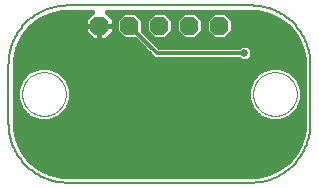
<source format=gbl>
G75*
%MOIN*%
%OFA0B0*%
%FSLAX25Y25*%
%IPPOS*%
%LPD*%
%AMOC8*
5,1,8,0,0,1.08239X$1,22.5*
%
%ADD10C,0.00000*%
%ADD11C,0.00600*%
%ADD12OC8,0.06300*%
%ADD13C,0.02578*%
%ADD14C,0.01200*%
%ADD15C,0.01600*%
D10*
X0028000Y0067173D02*
X0028002Y0067352D01*
X0028009Y0067530D01*
X0028020Y0067709D01*
X0028035Y0067887D01*
X0028055Y0068065D01*
X0028079Y0068242D01*
X0028107Y0068418D01*
X0028140Y0068594D01*
X0028177Y0068769D01*
X0028218Y0068943D01*
X0028264Y0069115D01*
X0028314Y0069287D01*
X0028368Y0069458D01*
X0028426Y0069627D01*
X0028488Y0069794D01*
X0028554Y0069960D01*
X0028625Y0070124D01*
X0028699Y0070287D01*
X0028778Y0070448D01*
X0028860Y0070606D01*
X0028946Y0070763D01*
X0029036Y0070917D01*
X0029130Y0071069D01*
X0029227Y0071219D01*
X0029329Y0071367D01*
X0029433Y0071511D01*
X0029541Y0071654D01*
X0029653Y0071793D01*
X0029768Y0071930D01*
X0029887Y0072064D01*
X0030008Y0072195D01*
X0030133Y0072323D01*
X0030261Y0072448D01*
X0030392Y0072569D01*
X0030526Y0072688D01*
X0030663Y0072803D01*
X0030802Y0072915D01*
X0030945Y0073023D01*
X0031089Y0073127D01*
X0031237Y0073229D01*
X0031387Y0073326D01*
X0031539Y0073420D01*
X0031693Y0073510D01*
X0031850Y0073596D01*
X0032008Y0073678D01*
X0032169Y0073757D01*
X0032332Y0073831D01*
X0032496Y0073902D01*
X0032662Y0073968D01*
X0032829Y0074030D01*
X0032998Y0074088D01*
X0033169Y0074142D01*
X0033341Y0074192D01*
X0033513Y0074238D01*
X0033687Y0074279D01*
X0033862Y0074316D01*
X0034038Y0074349D01*
X0034214Y0074377D01*
X0034391Y0074401D01*
X0034569Y0074421D01*
X0034747Y0074436D01*
X0034926Y0074447D01*
X0035104Y0074454D01*
X0035283Y0074456D01*
X0035462Y0074454D01*
X0035640Y0074447D01*
X0035819Y0074436D01*
X0035997Y0074421D01*
X0036175Y0074401D01*
X0036352Y0074377D01*
X0036528Y0074349D01*
X0036704Y0074316D01*
X0036879Y0074279D01*
X0037053Y0074238D01*
X0037225Y0074192D01*
X0037397Y0074142D01*
X0037568Y0074088D01*
X0037737Y0074030D01*
X0037904Y0073968D01*
X0038070Y0073902D01*
X0038234Y0073831D01*
X0038397Y0073757D01*
X0038558Y0073678D01*
X0038716Y0073596D01*
X0038873Y0073510D01*
X0039027Y0073420D01*
X0039179Y0073326D01*
X0039329Y0073229D01*
X0039477Y0073127D01*
X0039621Y0073023D01*
X0039764Y0072915D01*
X0039903Y0072803D01*
X0040040Y0072688D01*
X0040174Y0072569D01*
X0040305Y0072448D01*
X0040433Y0072323D01*
X0040558Y0072195D01*
X0040679Y0072064D01*
X0040798Y0071930D01*
X0040913Y0071793D01*
X0041025Y0071654D01*
X0041133Y0071511D01*
X0041237Y0071367D01*
X0041339Y0071219D01*
X0041436Y0071069D01*
X0041530Y0070917D01*
X0041620Y0070763D01*
X0041706Y0070606D01*
X0041788Y0070448D01*
X0041867Y0070287D01*
X0041941Y0070124D01*
X0042012Y0069960D01*
X0042078Y0069794D01*
X0042140Y0069627D01*
X0042198Y0069458D01*
X0042252Y0069287D01*
X0042302Y0069115D01*
X0042348Y0068943D01*
X0042389Y0068769D01*
X0042426Y0068594D01*
X0042459Y0068418D01*
X0042487Y0068242D01*
X0042511Y0068065D01*
X0042531Y0067887D01*
X0042546Y0067709D01*
X0042557Y0067530D01*
X0042564Y0067352D01*
X0042566Y0067173D01*
X0042564Y0066994D01*
X0042557Y0066816D01*
X0042546Y0066637D01*
X0042531Y0066459D01*
X0042511Y0066281D01*
X0042487Y0066104D01*
X0042459Y0065928D01*
X0042426Y0065752D01*
X0042389Y0065577D01*
X0042348Y0065403D01*
X0042302Y0065231D01*
X0042252Y0065059D01*
X0042198Y0064888D01*
X0042140Y0064719D01*
X0042078Y0064552D01*
X0042012Y0064386D01*
X0041941Y0064222D01*
X0041867Y0064059D01*
X0041788Y0063898D01*
X0041706Y0063740D01*
X0041620Y0063583D01*
X0041530Y0063429D01*
X0041436Y0063277D01*
X0041339Y0063127D01*
X0041237Y0062979D01*
X0041133Y0062835D01*
X0041025Y0062692D01*
X0040913Y0062553D01*
X0040798Y0062416D01*
X0040679Y0062282D01*
X0040558Y0062151D01*
X0040433Y0062023D01*
X0040305Y0061898D01*
X0040174Y0061777D01*
X0040040Y0061658D01*
X0039903Y0061543D01*
X0039764Y0061431D01*
X0039621Y0061323D01*
X0039477Y0061219D01*
X0039329Y0061117D01*
X0039179Y0061020D01*
X0039027Y0060926D01*
X0038873Y0060836D01*
X0038716Y0060750D01*
X0038558Y0060668D01*
X0038397Y0060589D01*
X0038234Y0060515D01*
X0038070Y0060444D01*
X0037904Y0060378D01*
X0037737Y0060316D01*
X0037568Y0060258D01*
X0037397Y0060204D01*
X0037225Y0060154D01*
X0037053Y0060108D01*
X0036879Y0060067D01*
X0036704Y0060030D01*
X0036528Y0059997D01*
X0036352Y0059969D01*
X0036175Y0059945D01*
X0035997Y0059925D01*
X0035819Y0059910D01*
X0035640Y0059899D01*
X0035462Y0059892D01*
X0035283Y0059890D01*
X0035104Y0059892D01*
X0034926Y0059899D01*
X0034747Y0059910D01*
X0034569Y0059925D01*
X0034391Y0059945D01*
X0034214Y0059969D01*
X0034038Y0059997D01*
X0033862Y0060030D01*
X0033687Y0060067D01*
X0033513Y0060108D01*
X0033341Y0060154D01*
X0033169Y0060204D01*
X0032998Y0060258D01*
X0032829Y0060316D01*
X0032662Y0060378D01*
X0032496Y0060444D01*
X0032332Y0060515D01*
X0032169Y0060589D01*
X0032008Y0060668D01*
X0031850Y0060750D01*
X0031693Y0060836D01*
X0031539Y0060926D01*
X0031387Y0061020D01*
X0031237Y0061117D01*
X0031089Y0061219D01*
X0030945Y0061323D01*
X0030802Y0061431D01*
X0030663Y0061543D01*
X0030526Y0061658D01*
X0030392Y0061777D01*
X0030261Y0061898D01*
X0030133Y0062023D01*
X0030008Y0062151D01*
X0029887Y0062282D01*
X0029768Y0062416D01*
X0029653Y0062553D01*
X0029541Y0062692D01*
X0029433Y0062835D01*
X0029329Y0062979D01*
X0029227Y0063127D01*
X0029130Y0063277D01*
X0029036Y0063429D01*
X0028946Y0063583D01*
X0028860Y0063740D01*
X0028778Y0063898D01*
X0028699Y0064059D01*
X0028625Y0064222D01*
X0028554Y0064386D01*
X0028488Y0064552D01*
X0028426Y0064719D01*
X0028368Y0064888D01*
X0028314Y0065059D01*
X0028264Y0065231D01*
X0028218Y0065403D01*
X0028177Y0065577D01*
X0028140Y0065752D01*
X0028107Y0065928D01*
X0028079Y0066104D01*
X0028055Y0066281D01*
X0028035Y0066459D01*
X0028020Y0066637D01*
X0028009Y0066816D01*
X0028002Y0066994D01*
X0028000Y0067173D01*
X0105000Y0067173D02*
X0105002Y0067352D01*
X0105009Y0067530D01*
X0105020Y0067709D01*
X0105035Y0067887D01*
X0105055Y0068065D01*
X0105079Y0068242D01*
X0105107Y0068418D01*
X0105140Y0068594D01*
X0105177Y0068769D01*
X0105218Y0068943D01*
X0105264Y0069115D01*
X0105314Y0069287D01*
X0105368Y0069458D01*
X0105426Y0069627D01*
X0105488Y0069794D01*
X0105554Y0069960D01*
X0105625Y0070124D01*
X0105699Y0070287D01*
X0105778Y0070448D01*
X0105860Y0070606D01*
X0105946Y0070763D01*
X0106036Y0070917D01*
X0106130Y0071069D01*
X0106227Y0071219D01*
X0106329Y0071367D01*
X0106433Y0071511D01*
X0106541Y0071654D01*
X0106653Y0071793D01*
X0106768Y0071930D01*
X0106887Y0072064D01*
X0107008Y0072195D01*
X0107133Y0072323D01*
X0107261Y0072448D01*
X0107392Y0072569D01*
X0107526Y0072688D01*
X0107663Y0072803D01*
X0107802Y0072915D01*
X0107945Y0073023D01*
X0108089Y0073127D01*
X0108237Y0073229D01*
X0108387Y0073326D01*
X0108539Y0073420D01*
X0108693Y0073510D01*
X0108850Y0073596D01*
X0109008Y0073678D01*
X0109169Y0073757D01*
X0109332Y0073831D01*
X0109496Y0073902D01*
X0109662Y0073968D01*
X0109829Y0074030D01*
X0109998Y0074088D01*
X0110169Y0074142D01*
X0110341Y0074192D01*
X0110513Y0074238D01*
X0110687Y0074279D01*
X0110862Y0074316D01*
X0111038Y0074349D01*
X0111214Y0074377D01*
X0111391Y0074401D01*
X0111569Y0074421D01*
X0111747Y0074436D01*
X0111926Y0074447D01*
X0112104Y0074454D01*
X0112283Y0074456D01*
X0112462Y0074454D01*
X0112640Y0074447D01*
X0112819Y0074436D01*
X0112997Y0074421D01*
X0113175Y0074401D01*
X0113352Y0074377D01*
X0113528Y0074349D01*
X0113704Y0074316D01*
X0113879Y0074279D01*
X0114053Y0074238D01*
X0114225Y0074192D01*
X0114397Y0074142D01*
X0114568Y0074088D01*
X0114737Y0074030D01*
X0114904Y0073968D01*
X0115070Y0073902D01*
X0115234Y0073831D01*
X0115397Y0073757D01*
X0115558Y0073678D01*
X0115716Y0073596D01*
X0115873Y0073510D01*
X0116027Y0073420D01*
X0116179Y0073326D01*
X0116329Y0073229D01*
X0116477Y0073127D01*
X0116621Y0073023D01*
X0116764Y0072915D01*
X0116903Y0072803D01*
X0117040Y0072688D01*
X0117174Y0072569D01*
X0117305Y0072448D01*
X0117433Y0072323D01*
X0117558Y0072195D01*
X0117679Y0072064D01*
X0117798Y0071930D01*
X0117913Y0071793D01*
X0118025Y0071654D01*
X0118133Y0071511D01*
X0118237Y0071367D01*
X0118339Y0071219D01*
X0118436Y0071069D01*
X0118530Y0070917D01*
X0118620Y0070763D01*
X0118706Y0070606D01*
X0118788Y0070448D01*
X0118867Y0070287D01*
X0118941Y0070124D01*
X0119012Y0069960D01*
X0119078Y0069794D01*
X0119140Y0069627D01*
X0119198Y0069458D01*
X0119252Y0069287D01*
X0119302Y0069115D01*
X0119348Y0068943D01*
X0119389Y0068769D01*
X0119426Y0068594D01*
X0119459Y0068418D01*
X0119487Y0068242D01*
X0119511Y0068065D01*
X0119531Y0067887D01*
X0119546Y0067709D01*
X0119557Y0067530D01*
X0119564Y0067352D01*
X0119566Y0067173D01*
X0119564Y0066994D01*
X0119557Y0066816D01*
X0119546Y0066637D01*
X0119531Y0066459D01*
X0119511Y0066281D01*
X0119487Y0066104D01*
X0119459Y0065928D01*
X0119426Y0065752D01*
X0119389Y0065577D01*
X0119348Y0065403D01*
X0119302Y0065231D01*
X0119252Y0065059D01*
X0119198Y0064888D01*
X0119140Y0064719D01*
X0119078Y0064552D01*
X0119012Y0064386D01*
X0118941Y0064222D01*
X0118867Y0064059D01*
X0118788Y0063898D01*
X0118706Y0063740D01*
X0118620Y0063583D01*
X0118530Y0063429D01*
X0118436Y0063277D01*
X0118339Y0063127D01*
X0118237Y0062979D01*
X0118133Y0062835D01*
X0118025Y0062692D01*
X0117913Y0062553D01*
X0117798Y0062416D01*
X0117679Y0062282D01*
X0117558Y0062151D01*
X0117433Y0062023D01*
X0117305Y0061898D01*
X0117174Y0061777D01*
X0117040Y0061658D01*
X0116903Y0061543D01*
X0116764Y0061431D01*
X0116621Y0061323D01*
X0116477Y0061219D01*
X0116329Y0061117D01*
X0116179Y0061020D01*
X0116027Y0060926D01*
X0115873Y0060836D01*
X0115716Y0060750D01*
X0115558Y0060668D01*
X0115397Y0060589D01*
X0115234Y0060515D01*
X0115070Y0060444D01*
X0114904Y0060378D01*
X0114737Y0060316D01*
X0114568Y0060258D01*
X0114397Y0060204D01*
X0114225Y0060154D01*
X0114053Y0060108D01*
X0113879Y0060067D01*
X0113704Y0060030D01*
X0113528Y0059997D01*
X0113352Y0059969D01*
X0113175Y0059945D01*
X0112997Y0059925D01*
X0112819Y0059910D01*
X0112640Y0059899D01*
X0112462Y0059892D01*
X0112283Y0059890D01*
X0112104Y0059892D01*
X0111926Y0059899D01*
X0111747Y0059910D01*
X0111569Y0059925D01*
X0111391Y0059945D01*
X0111214Y0059969D01*
X0111038Y0059997D01*
X0110862Y0060030D01*
X0110687Y0060067D01*
X0110513Y0060108D01*
X0110341Y0060154D01*
X0110169Y0060204D01*
X0109998Y0060258D01*
X0109829Y0060316D01*
X0109662Y0060378D01*
X0109496Y0060444D01*
X0109332Y0060515D01*
X0109169Y0060589D01*
X0109008Y0060668D01*
X0108850Y0060750D01*
X0108693Y0060836D01*
X0108539Y0060926D01*
X0108387Y0061020D01*
X0108237Y0061117D01*
X0108089Y0061219D01*
X0107945Y0061323D01*
X0107802Y0061431D01*
X0107663Y0061543D01*
X0107526Y0061658D01*
X0107392Y0061777D01*
X0107261Y0061898D01*
X0107133Y0062023D01*
X0107008Y0062151D01*
X0106887Y0062282D01*
X0106768Y0062416D01*
X0106653Y0062553D01*
X0106541Y0062692D01*
X0106433Y0062835D01*
X0106329Y0062979D01*
X0106227Y0063127D01*
X0106130Y0063277D01*
X0106036Y0063429D01*
X0105946Y0063583D01*
X0105860Y0063740D01*
X0105778Y0063898D01*
X0105699Y0064059D01*
X0105625Y0064222D01*
X0105554Y0064386D01*
X0105488Y0064552D01*
X0105426Y0064719D01*
X0105368Y0064888D01*
X0105314Y0065059D01*
X0105264Y0065231D01*
X0105218Y0065403D01*
X0105177Y0065577D01*
X0105140Y0065752D01*
X0105107Y0065928D01*
X0105079Y0066104D01*
X0105055Y0066281D01*
X0105035Y0066459D01*
X0105020Y0066637D01*
X0105009Y0066816D01*
X0105002Y0066994D01*
X0105000Y0067173D01*
D11*
X0104409Y0037646D02*
X0043157Y0037646D01*
X0042681Y0037652D01*
X0042206Y0037669D01*
X0041731Y0037698D01*
X0041257Y0037738D01*
X0040784Y0037790D01*
X0040313Y0037853D01*
X0039843Y0037927D01*
X0039375Y0038013D01*
X0038909Y0038110D01*
X0038446Y0038218D01*
X0037986Y0038337D01*
X0037528Y0038468D01*
X0037074Y0038609D01*
X0036623Y0038762D01*
X0036177Y0038925D01*
X0035734Y0039099D01*
X0035296Y0039284D01*
X0034862Y0039479D01*
X0034433Y0039685D01*
X0034009Y0039901D01*
X0033590Y0040127D01*
X0033177Y0040363D01*
X0032770Y0040609D01*
X0032369Y0040865D01*
X0031975Y0041131D01*
X0031586Y0041406D01*
X0031205Y0041690D01*
X0030831Y0041983D01*
X0030463Y0042285D01*
X0030103Y0042597D01*
X0029751Y0042916D01*
X0029407Y0043244D01*
X0029070Y0043581D01*
X0028742Y0043925D01*
X0028423Y0044277D01*
X0028111Y0044637D01*
X0027809Y0045005D01*
X0027516Y0045379D01*
X0027232Y0045760D01*
X0026957Y0046149D01*
X0026691Y0046543D01*
X0026435Y0046944D01*
X0026189Y0047351D01*
X0025953Y0047764D01*
X0025727Y0048183D01*
X0025511Y0048607D01*
X0025305Y0049036D01*
X0025110Y0049470D01*
X0024925Y0049908D01*
X0024751Y0050351D01*
X0024588Y0050797D01*
X0024435Y0051248D01*
X0024294Y0051702D01*
X0024163Y0052160D01*
X0024044Y0052620D01*
X0023936Y0053083D01*
X0023839Y0053549D01*
X0023753Y0054017D01*
X0023679Y0054487D01*
X0023616Y0054958D01*
X0023564Y0055431D01*
X0023524Y0055905D01*
X0023495Y0056380D01*
X0023478Y0056855D01*
X0023472Y0057331D01*
X0023472Y0077016D01*
X0023478Y0077492D01*
X0023495Y0077967D01*
X0023524Y0078442D01*
X0023564Y0078916D01*
X0023616Y0079389D01*
X0023679Y0079860D01*
X0023753Y0080330D01*
X0023839Y0080798D01*
X0023936Y0081264D01*
X0024044Y0081727D01*
X0024163Y0082187D01*
X0024294Y0082645D01*
X0024435Y0083099D01*
X0024588Y0083550D01*
X0024751Y0083996D01*
X0024925Y0084439D01*
X0025110Y0084877D01*
X0025305Y0085311D01*
X0025511Y0085740D01*
X0025727Y0086164D01*
X0025953Y0086583D01*
X0026189Y0086996D01*
X0026435Y0087403D01*
X0026691Y0087804D01*
X0026957Y0088198D01*
X0027232Y0088587D01*
X0027516Y0088968D01*
X0027809Y0089342D01*
X0028111Y0089710D01*
X0028423Y0090070D01*
X0028742Y0090422D01*
X0029070Y0090766D01*
X0029407Y0091103D01*
X0029751Y0091431D01*
X0030103Y0091750D01*
X0030463Y0092062D01*
X0030831Y0092364D01*
X0031205Y0092657D01*
X0031586Y0092941D01*
X0031975Y0093216D01*
X0032369Y0093482D01*
X0032770Y0093738D01*
X0033177Y0093984D01*
X0033590Y0094220D01*
X0034009Y0094446D01*
X0034433Y0094662D01*
X0034862Y0094868D01*
X0035296Y0095063D01*
X0035734Y0095248D01*
X0036177Y0095422D01*
X0036623Y0095585D01*
X0037074Y0095738D01*
X0037528Y0095879D01*
X0037986Y0096010D01*
X0038446Y0096129D01*
X0038909Y0096237D01*
X0039375Y0096334D01*
X0039843Y0096420D01*
X0040313Y0096494D01*
X0040784Y0096557D01*
X0041257Y0096609D01*
X0041731Y0096649D01*
X0042206Y0096678D01*
X0042681Y0096695D01*
X0043157Y0096701D01*
X0104409Y0096701D01*
X0104885Y0096695D01*
X0105360Y0096678D01*
X0105835Y0096649D01*
X0106309Y0096609D01*
X0106782Y0096557D01*
X0107253Y0096494D01*
X0107723Y0096420D01*
X0108191Y0096334D01*
X0108657Y0096237D01*
X0109120Y0096129D01*
X0109580Y0096010D01*
X0110038Y0095879D01*
X0110492Y0095738D01*
X0110943Y0095585D01*
X0111389Y0095422D01*
X0111832Y0095248D01*
X0112270Y0095063D01*
X0112704Y0094868D01*
X0113133Y0094662D01*
X0113557Y0094446D01*
X0113976Y0094220D01*
X0114389Y0093984D01*
X0114796Y0093738D01*
X0115197Y0093482D01*
X0115591Y0093216D01*
X0115980Y0092941D01*
X0116361Y0092657D01*
X0116735Y0092364D01*
X0117103Y0092062D01*
X0117463Y0091750D01*
X0117815Y0091431D01*
X0118159Y0091103D01*
X0118496Y0090766D01*
X0118824Y0090422D01*
X0119143Y0090070D01*
X0119455Y0089710D01*
X0119757Y0089342D01*
X0120050Y0088968D01*
X0120334Y0088587D01*
X0120609Y0088198D01*
X0120875Y0087804D01*
X0121131Y0087403D01*
X0121377Y0086996D01*
X0121613Y0086583D01*
X0121839Y0086164D01*
X0122055Y0085740D01*
X0122261Y0085311D01*
X0122456Y0084877D01*
X0122641Y0084439D01*
X0122815Y0083996D01*
X0122978Y0083550D01*
X0123131Y0083099D01*
X0123272Y0082645D01*
X0123403Y0082187D01*
X0123522Y0081727D01*
X0123630Y0081264D01*
X0123727Y0080798D01*
X0123813Y0080330D01*
X0123887Y0079860D01*
X0123950Y0079389D01*
X0124002Y0078916D01*
X0124042Y0078442D01*
X0124071Y0077967D01*
X0124088Y0077492D01*
X0124094Y0077016D01*
X0124094Y0057331D01*
X0124088Y0056855D01*
X0124071Y0056380D01*
X0124042Y0055905D01*
X0124002Y0055431D01*
X0123950Y0054958D01*
X0123887Y0054487D01*
X0123813Y0054017D01*
X0123727Y0053549D01*
X0123630Y0053083D01*
X0123522Y0052620D01*
X0123403Y0052160D01*
X0123272Y0051702D01*
X0123131Y0051248D01*
X0122978Y0050797D01*
X0122815Y0050351D01*
X0122641Y0049908D01*
X0122456Y0049470D01*
X0122261Y0049036D01*
X0122055Y0048607D01*
X0121839Y0048183D01*
X0121613Y0047764D01*
X0121377Y0047351D01*
X0121131Y0046944D01*
X0120875Y0046543D01*
X0120609Y0046149D01*
X0120334Y0045760D01*
X0120050Y0045379D01*
X0119757Y0045005D01*
X0119455Y0044637D01*
X0119143Y0044277D01*
X0118824Y0043925D01*
X0118496Y0043581D01*
X0118159Y0043244D01*
X0117815Y0042916D01*
X0117463Y0042597D01*
X0117103Y0042285D01*
X0116735Y0041983D01*
X0116361Y0041690D01*
X0115980Y0041406D01*
X0115591Y0041131D01*
X0115197Y0040865D01*
X0114796Y0040609D01*
X0114389Y0040363D01*
X0113976Y0040127D01*
X0113557Y0039901D01*
X0113133Y0039685D01*
X0112704Y0039479D01*
X0112270Y0039284D01*
X0111832Y0039099D01*
X0111389Y0038925D01*
X0110943Y0038762D01*
X0110492Y0038609D01*
X0110038Y0038468D01*
X0109580Y0038337D01*
X0109120Y0038218D01*
X0108657Y0038110D01*
X0108191Y0038013D01*
X0107723Y0037927D01*
X0107253Y0037853D01*
X0106782Y0037790D01*
X0106309Y0037738D01*
X0105835Y0037698D01*
X0105360Y0037669D01*
X0104885Y0037652D01*
X0104409Y0037646D01*
D12*
X0093780Y0090008D03*
X0083780Y0090008D03*
X0073783Y0090008D03*
X0063780Y0090008D03*
X0053780Y0090008D03*
D13*
X0101976Y0080835D03*
X0100480Y0050126D03*
X0079969Y0046740D03*
X0046740Y0050126D03*
D14*
X0072953Y0080835D02*
X0063780Y0090008D01*
X0072953Y0080835D02*
X0101976Y0080835D01*
D15*
X0104665Y0080805D02*
X0121468Y0080805D01*
X0121103Y0082404D02*
X0104210Y0082404D01*
X0104256Y0082358D02*
X0103500Y0083114D01*
X0102511Y0083524D01*
X0101441Y0083524D01*
X0100453Y0083114D01*
X0100174Y0082835D01*
X0073781Y0082835D01*
X0068330Y0088286D01*
X0068330Y0091893D01*
X0065664Y0094558D01*
X0061895Y0094558D01*
X0059230Y0091893D01*
X0059230Y0088123D01*
X0061895Y0085458D01*
X0065501Y0085458D01*
X0072124Y0078835D01*
X0100174Y0078835D01*
X0100453Y0078555D01*
X0101441Y0078146D01*
X0102511Y0078146D01*
X0103500Y0078555D01*
X0104256Y0079311D01*
X0104665Y0080300D01*
X0104665Y0081370D01*
X0104256Y0082358D01*
X0104151Y0079207D02*
X0121833Y0079207D01*
X0121884Y0078985D02*
X0121994Y0077016D01*
X0121994Y0057331D01*
X0121884Y0055362D01*
X0121008Y0051523D01*
X0119299Y0047975D01*
X0116844Y0044896D01*
X0113765Y0042441D01*
X0110217Y0040732D01*
X0106378Y0039856D01*
X0104409Y0039746D01*
X0043157Y0039746D01*
X0041189Y0039856D01*
X0037350Y0040732D01*
X0033802Y0042441D01*
X0030723Y0044896D01*
X0028268Y0047975D01*
X0026559Y0051523D01*
X0025683Y0055362D01*
X0025572Y0057331D01*
X0025572Y0077016D01*
X0025683Y0078985D01*
X0026559Y0082824D01*
X0028268Y0086372D01*
X0030723Y0089450D01*
X0033802Y0091905D01*
X0037350Y0093614D01*
X0041189Y0094490D01*
X0043157Y0094601D01*
X0051372Y0094601D01*
X0048830Y0092058D01*
X0048830Y0090008D01*
X0053779Y0090008D01*
X0053779Y0090008D01*
X0048830Y0090008D01*
X0048830Y0087958D01*
X0051729Y0085058D01*
X0053779Y0085058D01*
X0053779Y0090008D01*
X0053780Y0090008D01*
X0058730Y0090008D01*
X0058730Y0092058D01*
X0056187Y0094601D01*
X0104409Y0094601D01*
X0106378Y0094490D01*
X0110217Y0093614D01*
X0113765Y0091905D01*
X0116844Y0089450D01*
X0119299Y0086372D01*
X0121008Y0082824D01*
X0121884Y0078985D01*
X0121961Y0077608D02*
X0025606Y0077608D01*
X0025734Y0079207D02*
X0071752Y0079207D01*
X0070153Y0080805D02*
X0026099Y0080805D01*
X0026463Y0082404D02*
X0068555Y0082404D01*
X0066956Y0084002D02*
X0027127Y0084002D01*
X0027897Y0085601D02*
X0051186Y0085601D01*
X0049588Y0087200D02*
X0028928Y0087200D01*
X0030203Y0088798D02*
X0048830Y0088798D01*
X0048830Y0090397D02*
X0031910Y0090397D01*
X0033988Y0091995D02*
X0048830Y0091995D01*
X0050365Y0093594D02*
X0037307Y0093594D01*
X0053780Y0090008D02*
X0053780Y0085058D01*
X0055830Y0085058D01*
X0058730Y0087958D01*
X0058730Y0090008D01*
X0053780Y0090008D01*
X0053780Y0090008D01*
X0053779Y0088798D02*
X0053780Y0088798D01*
X0053779Y0087200D02*
X0053780Y0087200D01*
X0053779Y0085601D02*
X0053780Y0085601D01*
X0056373Y0085601D02*
X0061752Y0085601D01*
X0060153Y0087200D02*
X0057972Y0087200D01*
X0058730Y0088798D02*
X0059230Y0088798D01*
X0059230Y0090397D02*
X0058730Y0090397D01*
X0058730Y0091995D02*
X0059332Y0091995D01*
X0060931Y0093594D02*
X0057194Y0093594D01*
X0066628Y0093594D02*
X0070934Y0093594D01*
X0071899Y0094558D02*
X0069233Y0091893D01*
X0069233Y0088123D01*
X0071899Y0085458D01*
X0075668Y0085458D01*
X0078333Y0088123D01*
X0078333Y0091893D01*
X0075668Y0094558D01*
X0071899Y0094558D01*
X0069336Y0091995D02*
X0068227Y0091995D01*
X0068330Y0090397D02*
X0069233Y0090397D01*
X0069233Y0088798D02*
X0068330Y0088798D01*
X0069416Y0087200D02*
X0070157Y0087200D01*
X0071015Y0085601D02*
X0071756Y0085601D01*
X0072613Y0084002D02*
X0120440Y0084002D01*
X0119670Y0085601D02*
X0095807Y0085601D01*
X0095664Y0085458D02*
X0098330Y0088123D01*
X0098330Y0091893D01*
X0095664Y0094558D01*
X0091895Y0094558D01*
X0089230Y0091893D01*
X0089230Y0088123D01*
X0091895Y0085458D01*
X0095664Y0085458D01*
X0097406Y0087200D02*
X0118639Y0087200D01*
X0117364Y0088798D02*
X0098330Y0088798D01*
X0098330Y0090397D02*
X0115657Y0090397D01*
X0113579Y0091995D02*
X0098227Y0091995D01*
X0096628Y0093594D02*
X0110260Y0093594D01*
X0090931Y0093594D02*
X0086628Y0093594D01*
X0085664Y0094558D02*
X0081895Y0094558D01*
X0079230Y0091893D01*
X0079230Y0088123D01*
X0081895Y0085458D01*
X0085664Y0085458D01*
X0088330Y0088123D01*
X0088330Y0091893D01*
X0085664Y0094558D01*
X0088227Y0091995D02*
X0089332Y0091995D01*
X0089230Y0090397D02*
X0088330Y0090397D01*
X0088330Y0088798D02*
X0089230Y0088798D01*
X0090153Y0087200D02*
X0087406Y0087200D01*
X0085807Y0085601D02*
X0091752Y0085601D01*
X0081752Y0085601D02*
X0075811Y0085601D01*
X0077410Y0087200D02*
X0080153Y0087200D01*
X0079230Y0088798D02*
X0078333Y0088798D01*
X0078333Y0090397D02*
X0079230Y0090397D01*
X0079332Y0091995D02*
X0078231Y0091995D01*
X0076632Y0093594D02*
X0080931Y0093594D01*
X0107138Y0074874D02*
X0110477Y0076257D01*
X0114090Y0076257D01*
X0117429Y0074874D01*
X0119984Y0072319D01*
X0121367Y0068980D01*
X0121367Y0065366D01*
X0119984Y0062028D01*
X0117429Y0059473D01*
X0114090Y0058090D01*
X0110477Y0058090D01*
X0107138Y0059473D01*
X0104583Y0062028D01*
X0103200Y0065366D01*
X0103200Y0068980D01*
X0104583Y0072319D01*
X0107138Y0074874D01*
X0106676Y0074411D02*
X0040891Y0074411D01*
X0040429Y0074874D02*
X0037090Y0076257D01*
X0033477Y0076257D01*
X0030138Y0074874D01*
X0027583Y0072319D01*
X0026200Y0068980D01*
X0026200Y0065366D01*
X0027583Y0062028D01*
X0030138Y0059473D01*
X0033477Y0058090D01*
X0037090Y0058090D01*
X0040429Y0059473D01*
X0042984Y0062028D01*
X0044367Y0065366D01*
X0044367Y0068980D01*
X0042984Y0072319D01*
X0040429Y0074874D01*
X0042490Y0072813D02*
X0105077Y0072813D01*
X0104126Y0071214D02*
X0043441Y0071214D01*
X0044104Y0069616D02*
X0103463Y0069616D01*
X0103200Y0068017D02*
X0044367Y0068017D01*
X0044367Y0066419D02*
X0103200Y0066419D01*
X0103426Y0064820D02*
X0044141Y0064820D01*
X0043479Y0063222D02*
X0104088Y0063222D01*
X0104987Y0061623D02*
X0042580Y0061623D01*
X0040981Y0060025D02*
X0106586Y0060025D01*
X0109664Y0058426D02*
X0037903Y0058426D01*
X0032664Y0058426D02*
X0025572Y0058426D01*
X0025601Y0056828D02*
X0121966Y0056828D01*
X0121854Y0055229D02*
X0025713Y0055229D01*
X0026078Y0053631D02*
X0121489Y0053631D01*
X0121124Y0052032D02*
X0026443Y0052032D01*
X0027084Y0050434D02*
X0120483Y0050434D01*
X0119713Y0048835D02*
X0027853Y0048835D01*
X0028856Y0047237D02*
X0118710Y0047237D01*
X0117436Y0045638D02*
X0030131Y0045638D01*
X0031797Y0044040D02*
X0115770Y0044040D01*
X0113765Y0042441D02*
X0033801Y0042441D01*
X0037121Y0040843D02*
X0110446Y0040843D01*
X0114903Y0058426D02*
X0121994Y0058426D01*
X0121994Y0060025D02*
X0117981Y0060025D01*
X0119580Y0061623D02*
X0121994Y0061623D01*
X0121994Y0063222D02*
X0120479Y0063222D01*
X0121141Y0064820D02*
X0121994Y0064820D01*
X0121994Y0066419D02*
X0121367Y0066419D01*
X0121367Y0068017D02*
X0121994Y0068017D01*
X0121994Y0069616D02*
X0121104Y0069616D01*
X0120441Y0071214D02*
X0121994Y0071214D01*
X0121994Y0072813D02*
X0119490Y0072813D01*
X0117891Y0074411D02*
X0121994Y0074411D01*
X0121994Y0076010D02*
X0114686Y0076010D01*
X0109881Y0076010D02*
X0037686Y0076010D01*
X0032881Y0076010D02*
X0025572Y0076010D01*
X0025572Y0074411D02*
X0029676Y0074411D01*
X0028077Y0072813D02*
X0025572Y0072813D01*
X0025572Y0071214D02*
X0027126Y0071214D01*
X0026463Y0069616D02*
X0025572Y0069616D01*
X0025572Y0068017D02*
X0026200Y0068017D01*
X0026200Y0066419D02*
X0025572Y0066419D01*
X0025572Y0064820D02*
X0026426Y0064820D01*
X0027088Y0063222D02*
X0025572Y0063222D01*
X0025572Y0061623D02*
X0027987Y0061623D01*
X0029586Y0060025D02*
X0025572Y0060025D01*
M02*

</source>
